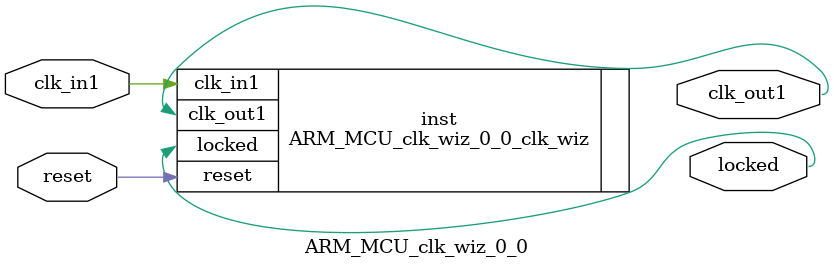
<source format=v>


`timescale 1ps/1ps

(* CORE_GENERATION_INFO = "ARM_MCU_clk_wiz_0_0,clk_wiz_v6_0_1_0_0,{component_name=ARM_MCU_clk_wiz_0_0,use_phase_alignment=true,use_min_o_jitter=false,use_max_i_jitter=false,use_dyn_phase_shift=false,use_inclk_switchover=false,use_dyn_reconfig=false,enable_axi=0,feedback_source=FDBK_AUTO,PRIMITIVE=MMCM,num_out_clk=1,clkin1_period=10.000,clkin2_period=10.000,use_power_down=false,use_reset=true,use_locked=true,use_inclk_stopped=false,feedback_type=SINGLE,CLOCK_MGR_TYPE=NA,manual_override=false}" *)

module ARM_MCU_clk_wiz_0_0 
 (
  // Clock out ports
  output        clk_out1,
  // Status and control signals
  input         reset,
  output        locked,
 // Clock in ports
  input         clk_in1
 );

  ARM_MCU_clk_wiz_0_0_clk_wiz inst
  (
  // Clock out ports  
  .clk_out1(clk_out1),
  // Status and control signals               
  .reset(reset), 
  .locked(locked),
 // Clock in ports
  .clk_in1(clk_in1)
  );

endmodule

</source>
